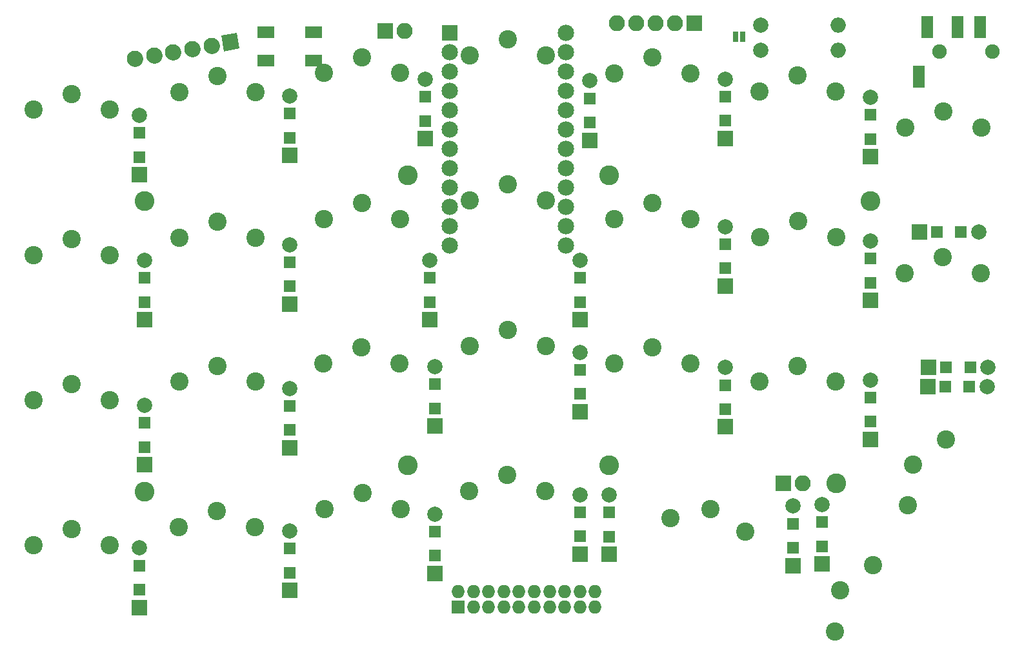
<source format=gbr>
G04 #@! TF.GenerationSoftware,KiCad,Pcbnew,(5.0.0)*
G04 #@! TF.CreationDate,2018-10-09T09:10:51-06:00*
G04 #@! TF.ProjectId,ErgoTravel,4572676F54726176656C2E6B69636164,rev?*
G04 #@! TF.SameCoordinates,Original*
G04 #@! TF.FileFunction,Soldermask,Bot*
G04 #@! TF.FilePolarity,Negative*
%FSLAX46Y46*%
G04 Gerber Fmt 4.6, Leading zero omitted, Abs format (unit mm)*
G04 Created by KiCad (PCBNEW (5.0.0)) date 10/09/18 09:10:51*
%MOMM*%
%LPD*%
G01*
G04 APERTURE LIST*
%ADD10C,2.400000*%
%ADD11R,1.600000X1.600000*%
%ADD12R,2.000000X2.000000*%
%ADD13C,2.000000*%
%ADD14C,1.900000*%
%ADD15R,1.600000X2.900000*%
%ADD16R,2.200000X1.500000*%
%ADD17R,2.152600X2.152600*%
%ADD18C,2.152600*%
%ADD19C,2.100000*%
%ADD20C,0.100000*%
%ADD21C,2.100000*%
%ADD22O,2.000000X2.000000*%
%ADD23C,2.600000*%
%ADD24R,2.100000X2.100000*%
%ADD25O,2.100000X2.100000*%
%ADD26R,0.802000X1.402000*%
%ADD27R,1.750000X1.750000*%
%ADD28O,1.750000X1.750000*%
G04 APERTURE END LIST*
D10*
G04 #@! TO.C,K1*
X89444288Y-60143812D03*
X84444288Y-58043812D03*
X79444288Y-60143812D03*
G04 #@! TD*
G04 #@! TO.C,K7*
X98536582Y-95866612D03*
X103536582Y-93766612D03*
X108536582Y-95866612D03*
G04 #@! TD*
G04 #@! TO.C,K3*
X89424884Y-98307670D03*
X84424884Y-96207670D03*
X79424884Y-98307670D03*
G04 #@! TD*
D11*
G04 #@! TO.C,D1*
X93345000Y-66345000D03*
X93345000Y-63195000D03*
D12*
X93345000Y-68670000D03*
D13*
X93345000Y-60870000D03*
G04 #@! TD*
D11*
G04 #@! TO.C,D2*
X93980000Y-85395000D03*
X93980000Y-82245000D03*
D12*
X93980000Y-87720000D03*
D13*
X93980000Y-79920000D03*
G04 #@! TD*
D11*
G04 #@! TO.C,D3*
X93980000Y-104445000D03*
X93980000Y-101295000D03*
D12*
X93980000Y-106770000D03*
D13*
X93980000Y-98970000D03*
G04 #@! TD*
D11*
G04 #@! TO.C,D4*
X93345000Y-123190000D03*
X93345000Y-120040000D03*
D12*
X93345000Y-125515000D03*
D13*
X93345000Y-117715000D03*
G04 #@! TD*
D11*
G04 #@! TO.C,D5*
X113030000Y-63805000D03*
X113030000Y-60655000D03*
D12*
X113030000Y-66130000D03*
D13*
X113030000Y-58330000D03*
G04 #@! TD*
D11*
G04 #@! TO.C,D6*
X113030000Y-83330000D03*
X113030000Y-80180000D03*
D12*
X113030000Y-85655000D03*
D13*
X113030000Y-77855000D03*
G04 #@! TD*
D11*
G04 #@! TO.C,D7*
X113030000Y-102210000D03*
X113030000Y-99060000D03*
D12*
X113030000Y-104535000D03*
D13*
X113030000Y-96735000D03*
G04 #@! TD*
D11*
G04 #@! TO.C,D8*
X113030000Y-120955000D03*
X113030000Y-117805000D03*
D12*
X113030000Y-123280000D03*
D13*
X113030000Y-115480000D03*
G04 #@! TD*
D11*
G04 #@! TO.C,D9*
X130810000Y-61595000D03*
X130810000Y-58445000D03*
D12*
X130810000Y-63920000D03*
D13*
X130810000Y-56120000D03*
G04 #@! TD*
D11*
G04 #@! TO.C,D10*
X131445000Y-85395000D03*
X131445000Y-82245000D03*
D12*
X131445000Y-87720000D03*
D13*
X131445000Y-79920000D03*
G04 #@! TD*
D11*
G04 #@! TO.C,D11*
X132080000Y-99365000D03*
X132080000Y-96215000D03*
D12*
X132080000Y-101690000D03*
D13*
X132080000Y-93890000D03*
G04 #@! TD*
D11*
G04 #@! TO.C,D12*
X132080000Y-118720000D03*
X132080000Y-115570000D03*
D12*
X132080000Y-121045000D03*
D13*
X132080000Y-113245000D03*
G04 #@! TD*
D11*
G04 #@! TO.C,D13*
X152400000Y-61810000D03*
X152400000Y-58660000D03*
D12*
X152400000Y-64135000D03*
D13*
X152400000Y-56335000D03*
G04 #@! TD*
D11*
G04 #@! TO.C,D14*
X151130000Y-85395000D03*
X151130000Y-82245000D03*
D12*
X151130000Y-87720000D03*
D13*
X151130000Y-79920000D03*
G04 #@! TD*
D11*
G04 #@! TO.C,D15*
X151130000Y-97460000D03*
X151130000Y-94310000D03*
D12*
X151130000Y-99785000D03*
D13*
X151130000Y-91985000D03*
G04 #@! TD*
D11*
G04 #@! TO.C,D16*
X151130000Y-116180000D03*
X151130000Y-113030000D03*
D12*
X151130000Y-118505000D03*
D13*
X151130000Y-110705000D03*
G04 #@! TD*
D11*
G04 #@! TO.C,D17*
X170180000Y-61570000D03*
X170180000Y-58420000D03*
D12*
X170180000Y-63895000D03*
D13*
X170180000Y-56095000D03*
G04 #@! TD*
D11*
G04 #@! TO.C,D18*
X170180000Y-80950000D03*
X170180000Y-77800000D03*
D12*
X170180000Y-83275000D03*
D13*
X170180000Y-75475000D03*
G04 #@! TD*
D11*
G04 #@! TO.C,D19*
X170180000Y-99455000D03*
X170180000Y-96305000D03*
D12*
X170180000Y-101780000D03*
D13*
X170180000Y-93980000D03*
G04 #@! TD*
D11*
G04 #@! TO.C,D20*
X179070000Y-117690000D03*
X179070000Y-114540000D03*
D12*
X179070000Y-120015000D03*
D13*
X179070000Y-112215000D03*
G04 #@! TD*
D11*
G04 #@! TO.C,D21*
X189230000Y-63965000D03*
X189230000Y-60815000D03*
D12*
X189230000Y-66290000D03*
D13*
X189230000Y-58490000D03*
G04 #@! TD*
D11*
G04 #@! TO.C,D22*
X189230000Y-82855000D03*
X189230000Y-79705000D03*
D12*
X189230000Y-85180000D03*
D13*
X189230000Y-77380000D03*
G04 #@! TD*
D11*
G04 #@! TO.C,D23*
X189230000Y-101110000D03*
X189230000Y-97960000D03*
D12*
X189230000Y-103435000D03*
D13*
X189230000Y-95635000D03*
G04 #@! TD*
D11*
G04 #@! TO.C,D24*
X182880000Y-117475000D03*
X182880000Y-114325000D03*
D12*
X182880000Y-119800000D03*
D13*
X182880000Y-112000000D03*
G04 #@! TD*
D11*
G04 #@! TO.C,D25*
X197975000Y-76200000D03*
X201125000Y-76200000D03*
D12*
X195650000Y-76200000D03*
D13*
X203450000Y-76200000D03*
G04 #@! TD*
D11*
G04 #@! TO.C,D26*
X199175000Y-93980000D03*
X202325000Y-93980000D03*
D12*
X196850000Y-93980000D03*
D13*
X204650000Y-93980000D03*
G04 #@! TD*
D11*
G04 #@! TO.C,D27*
X199085000Y-96520000D03*
X202235000Y-96520000D03*
D12*
X196760000Y-96520000D03*
D13*
X204560000Y-96520000D03*
G04 #@! TD*
D14*
G04 #@! TO.C,J2*
X205275000Y-52500000D03*
X198275000Y-52500000D03*
G04 #@! TD*
D15*
G04 #@! TO.C,J3*
X195575000Y-55750000D03*
X196675000Y-49250000D03*
X200675000Y-49250000D03*
X203675000Y-49250000D03*
D14*
X205275000Y-52500000D03*
X198275000Y-52500000D03*
G04 #@! TD*
D16*
G04 #@! TO.C,SW2*
X109930000Y-53666000D03*
X116130000Y-53666000D03*
X109930000Y-49966000D03*
X116130000Y-49966000D03*
G04 #@! TD*
D17*
G04 #@! TO.C,U1*
X134020038Y-50054000D03*
D18*
X134020038Y-52594000D03*
X134020038Y-55134000D03*
X134020038Y-57674000D03*
X134020038Y-60214000D03*
X134020038Y-62754000D03*
X134020038Y-65294000D03*
X134020038Y-67834000D03*
X134020038Y-70374000D03*
X134020038Y-72914000D03*
X134020038Y-75454000D03*
X134020038Y-77994000D03*
X149260038Y-77994000D03*
X149260038Y-75454000D03*
X149260038Y-72914000D03*
X149260038Y-70374000D03*
X149260038Y-67834000D03*
X149260038Y-65294000D03*
X149260038Y-62754000D03*
X149260038Y-60214000D03*
X149260038Y-57674000D03*
X149260038Y-55134000D03*
X149260038Y-52594000D03*
X149260038Y-50054000D03*
G04 #@! TD*
D19*
G04 #@! TO.C,J4*
X105255647Y-51250000D03*
D20*
G36*
X104039268Y-50398282D02*
X106107365Y-50033621D01*
X106472026Y-52101718D01*
X104403929Y-52466379D01*
X104039268Y-50398282D01*
X104039268Y-50398282D01*
G37*
D19*
X102754235Y-51691066D03*
D21*
X102754235Y-51691066D02*
X102754235Y-51691066D01*
D19*
X100252824Y-52132133D03*
D21*
X100252824Y-52132133D02*
X100252824Y-52132133D01*
D19*
X97751412Y-52573199D03*
D21*
X97751412Y-52573199D02*
X97751412Y-52573199D01*
D19*
X95250000Y-53014265D03*
D21*
X95250000Y-53014265D02*
X95250000Y-53014265D01*
D19*
X92748589Y-53455332D03*
D21*
X92748589Y-53455332D02*
X92748589Y-53455332D01*
G04 #@! TD*
D13*
G04 #@! TO.C,R1*
X174863760Y-52324000D03*
D22*
X185023760Y-52324000D03*
G04 #@! TD*
D13*
G04 #@! TO.C,R2*
X174830740Y-49022000D03*
D22*
X184990740Y-49022000D03*
G04 #@! TD*
D23*
G04 #@! TO.C,J5*
X93960000Y-110350000D03*
G04 #@! TD*
G04 #@! TO.C,J6*
X93960000Y-72150000D03*
G04 #@! TD*
G04 #@! TO.C,J7*
X189250000Y-72150000D03*
G04 #@! TD*
G04 #@! TO.C,J8*
X184785000Y-109220000D03*
G04 #@! TD*
G04 #@! TO.C,J9*
X128500000Y-68750000D03*
G04 #@! TD*
G04 #@! TO.C,J10*
X128500000Y-106850000D03*
G04 #@! TD*
G04 #@! TO.C,J11*
X154910000Y-68750000D03*
G04 #@! TD*
G04 #@! TO.C,J12*
X154910000Y-106850000D03*
G04 #@! TD*
D24*
G04 #@! TO.C,J1*
X166116000Y-48768000D03*
D25*
X163576000Y-48768000D03*
X161036000Y-48768000D03*
X158496000Y-48768000D03*
X155956000Y-48768000D03*
G04 #@! TD*
D26*
G04 #@! TO.C,SJ1*
X172466000Y-50546000D03*
X171566000Y-50546000D03*
X171566000Y-50546000D03*
X172466000Y-50546000D03*
G04 #@! TD*
D11*
G04 #@! TO.C,D28*
X154940000Y-116204999D03*
X154940000Y-113054999D03*
D12*
X154940000Y-118529999D03*
D13*
X154940000Y-110729999D03*
G04 #@! TD*
D24*
G04 #@! TO.C,J13*
X177800000Y-109220000D03*
D25*
X180340000Y-109220000D03*
G04 #@! TD*
D24*
G04 #@! TO.C,J14*
X125539999Y-49760000D03*
D25*
X128079999Y-49760000D03*
G04 #@! TD*
D10*
G04 #@! TO.C,K2*
X79424884Y-79255510D03*
X84424884Y-77155510D03*
X89424884Y-79255510D03*
G04 #@! TD*
G04 #@! TO.C,K4*
X79424884Y-117300292D03*
X84424884Y-115200292D03*
X89424884Y-117300292D03*
G04 #@! TD*
G04 #@! TO.C,K5*
X108536582Y-57821830D03*
X103536582Y-55721830D03*
X98536582Y-57821830D03*
G04 #@! TD*
G04 #@! TO.C,K6*
X108536582Y-76933528D03*
X103536582Y-74833528D03*
X98536582Y-76933528D03*
G04 #@! TD*
G04 #@! TO.C,K8*
X108477044Y-114978310D03*
X103477044Y-112878310D03*
X98477044Y-114978310D03*
G04 #@! TD*
G04 #@! TO.C,K9*
X117529204Y-55321234D03*
X122529204Y-53221234D03*
X127529204Y-55321234D03*
G04 #@! TD*
G04 #@! TO.C,K10*
X117529204Y-74492470D03*
X122529204Y-72392470D03*
X127529204Y-74492470D03*
G04 #@! TD*
G04 #@! TO.C,K11*
X117469666Y-93485092D03*
X122469666Y-91385092D03*
X127469666Y-93485092D03*
G04 #@! TD*
G04 #@! TO.C,K12*
X117569472Y-112596790D03*
X122569472Y-110496790D03*
X127569472Y-112596790D03*
G04 #@! TD*
G04 #@! TO.C,K13*
X146660172Y-52999252D03*
X141660172Y-50899252D03*
X136660172Y-52999252D03*
G04 #@! TD*
G04 #@! TO.C,K14*
X146621632Y-72051412D03*
X141621632Y-69951412D03*
X136621632Y-72051412D03*
G04 #@! TD*
G04 #@! TO.C,K15*
X146640902Y-91163110D03*
X141640902Y-89063110D03*
X136640902Y-91163110D03*
G04 #@! TD*
G04 #@! TO.C,K16*
X136581364Y-110215270D03*
X141581364Y-108115270D03*
X146581364Y-110215270D03*
G04 #@! TD*
G04 #@! TO.C,K17*
X155633524Y-55380772D03*
X160633524Y-53280772D03*
X165633524Y-55380772D03*
G04 #@! TD*
G04 #@! TO.C,K18*
X155633524Y-74492470D03*
X160633524Y-72392470D03*
X165633524Y-74492470D03*
G04 #@! TD*
G04 #@! TO.C,K19*
X165633524Y-93485092D03*
X160633524Y-91385092D03*
X155633524Y-93485092D03*
G04 #@! TD*
G04 #@! TO.C,K20*
X162978066Y-113810572D03*
X168266766Y-112610716D03*
X172826144Y-115547053D03*
G04 #@! TD*
G04 #@! TO.C,K21*
X184685684Y-57762292D03*
X179685684Y-55662292D03*
X174685684Y-57762292D03*
G04 #@! TD*
G04 #@! TO.C,K22*
X184745222Y-76873990D03*
X179745222Y-74773990D03*
X174745222Y-76873990D03*
G04 #@! TD*
G04 #@! TO.C,K23*
X174685684Y-95866612D03*
X179685684Y-93766612D03*
X184685684Y-95866612D03*
G04 #@! TD*
G04 #@! TO.C,K24*
X189611627Y-119990433D03*
X185292974Y-123270560D03*
X184611627Y-128650687D03*
G04 #@! TD*
G04 #@! TO.C,K26*
X193777978Y-62492754D03*
X198777978Y-60392754D03*
X203777978Y-62492754D03*
G04 #@! TD*
G04 #@! TO.C,K27*
X203737844Y-81577492D03*
X198737844Y-79477492D03*
X193737844Y-81577492D03*
G04 #@! TD*
G04 #@! TO.C,K28*
X194177111Y-112105526D03*
X194858458Y-106725399D03*
X199177111Y-103445272D03*
G04 #@! TD*
D27*
G04 #@! TO.C,J15*
X135128000Y-125476000D03*
D28*
X135128000Y-123476000D03*
X137128000Y-125476000D03*
X137128000Y-123476000D03*
X139128000Y-125476000D03*
X139128000Y-123476000D03*
X141128000Y-125476000D03*
X141128000Y-123476000D03*
X143128000Y-125476000D03*
X143128000Y-123476000D03*
X145128000Y-125476000D03*
X145128000Y-123476000D03*
X147128000Y-125476000D03*
X147128000Y-123476000D03*
X149128000Y-125476000D03*
X149128000Y-123476000D03*
X151128000Y-125476000D03*
X151128000Y-123476000D03*
X153128000Y-125476000D03*
X153128000Y-123476000D03*
G04 #@! TD*
M02*

</source>
